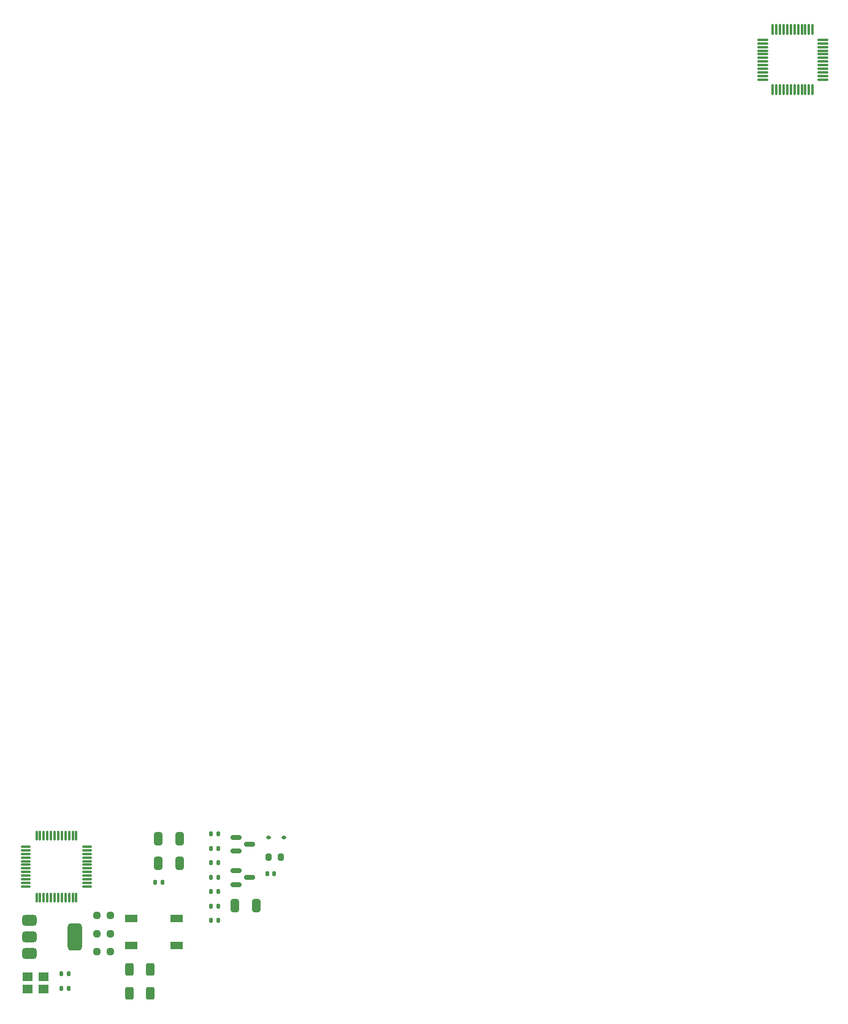
<source format=gbr>
%TF.GenerationSoftware,KiCad,Pcbnew,8.0.1*%
%TF.CreationDate,2024-04-11T15:05:29-07:00*%
%TF.ProjectId,Erebus,45726562-7573-42e6-9b69-6361645f7063,rev?*%
%TF.SameCoordinates,Original*%
%TF.FileFunction,Paste,Top*%
%TF.FilePolarity,Positive*%
%FSLAX46Y46*%
G04 Gerber Fmt 4.6, Leading zero omitted, Abs format (unit mm)*
G04 Created by KiCad (PCBNEW 8.0.1) date 2024-04-11 15:05:29*
%MOMM*%
%LPD*%
G01*
G04 APERTURE LIST*
G04 Aperture macros list*
%AMRoundRect*
0 Rectangle with rounded corners*
0 $1 Rounding radius*
0 $2 $3 $4 $5 $6 $7 $8 $9 X,Y pos of 4 corners*
0 Add a 4 corners polygon primitive as box body*
4,1,4,$2,$3,$4,$5,$6,$7,$8,$9,$2,$3,0*
0 Add four circle primitives for the rounded corners*
1,1,$1+$1,$2,$3*
1,1,$1+$1,$4,$5*
1,1,$1+$1,$6,$7*
1,1,$1+$1,$8,$9*
0 Add four rect primitives between the rounded corners*
20,1,$1+$1,$2,$3,$4,$5,0*
20,1,$1+$1,$4,$5,$6,$7,0*
20,1,$1+$1,$6,$7,$8,$9,0*
20,1,$1+$1,$8,$9,$2,$3,0*%
G04 Aperture macros list end*
%ADD10RoundRect,0.200000X-0.200000X-0.275000X0.200000X-0.275000X0.200000X0.275000X-0.200000X0.275000X0*%
%ADD11RoundRect,0.135000X-0.135000X-0.185000X0.135000X-0.185000X0.135000X0.185000X-0.135000X0.185000X0*%
%ADD12R,1.400000X1.200000*%
%ADD13RoundRect,0.375000X-0.625000X-0.375000X0.625000X-0.375000X0.625000X0.375000X-0.625000X0.375000X0*%
%ADD14RoundRect,0.500000X-0.500000X-1.400000X0.500000X-1.400000X0.500000X1.400000X-0.500000X1.400000X0*%
%ADD15RoundRect,0.150000X-0.587500X-0.150000X0.587500X-0.150000X0.587500X0.150000X-0.587500X0.150000X0*%
%ADD16RoundRect,0.237500X-0.250000X-0.237500X0.250000X-0.237500X0.250000X0.237500X-0.250000X0.237500X0*%
%ADD17RoundRect,0.140000X-0.140000X-0.170000X0.140000X-0.170000X0.140000X0.170000X-0.140000X0.170000X0*%
%ADD18RoundRect,0.250000X-0.312500X-0.625000X0.312500X-0.625000X0.312500X0.625000X-0.312500X0.625000X0*%
%ADD19RoundRect,0.250000X-0.325000X-0.650000X0.325000X-0.650000X0.325000X0.650000X-0.325000X0.650000X0*%
%ADD20RoundRect,0.075000X-0.662500X-0.075000X0.662500X-0.075000X0.662500X0.075000X-0.662500X0.075000X0*%
%ADD21RoundRect,0.075000X-0.075000X-0.662500X0.075000X-0.662500X0.075000X0.662500X-0.075000X0.662500X0*%
%ADD22R,1.700000X1.000000*%
%ADD23RoundRect,0.112500X-0.187500X-0.112500X0.187500X-0.112500X0.187500X0.112500X-0.187500X0.112500X0*%
%ADD24O,0.270000X1.500000*%
%ADD25O,1.500000X0.270000*%
G04 APERTURE END LIST*
D10*
%TO.C,R82*%
X207649900Y-251704600D03*
X209299900Y-251704600D03*
%TD*%
D11*
%TO.C,R89*%
X199614900Y-260434600D03*
X200634900Y-260434600D03*
%TD*%
%TO.C,R83*%
X199614900Y-248494600D03*
X200634900Y-248494600D03*
%TD*%
%TO.C,R84*%
X199614900Y-250484600D03*
X200634900Y-250484600D03*
%TD*%
D12*
%TO.C,Y1*%
X174344900Y-269894600D03*
X176544900Y-269894600D03*
X176544900Y-268194600D03*
X174344900Y-268194600D03*
%TD*%
D13*
%TO.C,U8*%
X174594900Y-260399600D03*
X174594900Y-262699600D03*
D14*
X180894900Y-262699600D03*
D13*
X174594900Y-264999600D03*
%TD*%
D15*
%TO.C,Q1*%
X203087400Y-248949600D03*
X203087400Y-250849600D03*
X204962400Y-249899600D03*
%TD*%
D16*
%TO.C,R90*%
X183932400Y-259754600D03*
X185757400Y-259754600D03*
%TD*%
D17*
%TO.C,C170*%
X207424900Y-253944600D03*
X208384900Y-253944600D03*
%TD*%
D11*
%TO.C,R92*%
X191964900Y-255194600D03*
X192984900Y-255194600D03*
%TD*%
D18*
%TO.C,R93*%
X188362400Y-267194600D03*
X191287400Y-267194600D03*
%TD*%
D17*
%TO.C,C173*%
X179024900Y-267804600D03*
X179984900Y-267804600D03*
%TD*%
D18*
%TO.C,R94*%
X188362400Y-270484600D03*
X191287400Y-270484600D03*
%TD*%
D11*
%TO.C,R87*%
X199614900Y-256454600D03*
X200634900Y-256454600D03*
%TD*%
D19*
%TO.C,C171*%
X192369900Y-249174600D03*
X195319900Y-249174600D03*
%TD*%
D17*
%TO.C,C174*%
X179024900Y-269774600D03*
X179984900Y-269774600D03*
%TD*%
D20*
%TO.C,U1*%
X275824300Y-138902700D03*
X275824300Y-139402700D03*
X275824300Y-139902700D03*
X275824300Y-140402700D03*
X275824300Y-140902700D03*
X275824300Y-141402700D03*
X275824300Y-141902700D03*
X275824300Y-142402700D03*
X275824300Y-142902700D03*
X275824300Y-143402700D03*
X275824300Y-143902700D03*
X275824300Y-144402700D03*
D21*
X277236800Y-145815200D03*
X277736800Y-145815200D03*
X278236800Y-145815200D03*
X278736800Y-145815200D03*
X279236800Y-145815200D03*
X279736800Y-145815200D03*
X280236800Y-145815200D03*
X280736800Y-145815200D03*
X281236800Y-145815200D03*
X281736800Y-145815200D03*
X282236800Y-145815200D03*
X282736800Y-145815200D03*
D20*
X284149300Y-144402700D03*
X284149300Y-143902700D03*
X284149300Y-143402700D03*
X284149300Y-142902700D03*
X284149300Y-142402700D03*
X284149300Y-141902700D03*
X284149300Y-141402700D03*
X284149300Y-140902700D03*
X284149300Y-140402700D03*
X284149300Y-139902700D03*
X284149300Y-139402700D03*
X284149300Y-138902700D03*
D21*
X282736800Y-137490200D03*
X282236800Y-137490200D03*
X281736800Y-137490200D03*
X281236800Y-137490200D03*
X280736800Y-137490200D03*
X280236800Y-137490200D03*
X279736800Y-137490200D03*
X279236800Y-137490200D03*
X278736800Y-137490200D03*
X278236800Y-137490200D03*
X277736800Y-137490200D03*
X277236800Y-137490200D03*
%TD*%
D22*
%TO.C,SW82*%
X188644900Y-260124600D03*
X194944900Y-260124600D03*
X188644900Y-263924600D03*
X194944900Y-263924600D03*
%TD*%
D16*
%TO.C,R95*%
X183932400Y-264774600D03*
X185757400Y-264774600D03*
%TD*%
D11*
%TO.C,R88*%
X199614900Y-258444600D03*
X200634900Y-258444600D03*
%TD*%
D16*
%TO.C,R91*%
X183932400Y-262264600D03*
X185757400Y-262264600D03*
%TD*%
D11*
%TO.C,R86*%
X199614900Y-254464600D03*
X200634900Y-254464600D03*
%TD*%
D23*
%TO.C,D1*%
X207589900Y-248974600D03*
X209689900Y-248974600D03*
%TD*%
D11*
%TO.C,R85*%
X199614900Y-252474600D03*
X200634900Y-252474600D03*
%TD*%
D19*
%TO.C,C172*%
X192369900Y-252524600D03*
X195319900Y-252524600D03*
%TD*%
D24*
%TO.C,U9*%
X175569900Y-257249600D03*
X176069900Y-257249600D03*
X176569900Y-257249600D03*
X177069900Y-257249600D03*
X177569900Y-257249600D03*
X178069900Y-257249600D03*
X178569900Y-257249600D03*
X179069900Y-257249600D03*
X179569900Y-257249600D03*
X180069900Y-257249600D03*
X180569900Y-257249600D03*
X181069900Y-257249600D03*
D25*
X182569900Y-255749600D03*
X182569900Y-255249600D03*
X182569900Y-254749600D03*
X182569900Y-254249600D03*
X182569900Y-253749600D03*
X182569900Y-253249600D03*
X182569900Y-252749600D03*
X182569900Y-252249600D03*
X182569900Y-251749600D03*
X182569900Y-251249600D03*
X182569900Y-250749600D03*
X182569900Y-250249600D03*
D24*
X181069900Y-248749600D03*
X180569900Y-248749600D03*
X180069900Y-248749600D03*
X179569900Y-248749600D03*
X179069900Y-248749600D03*
X178569900Y-248749600D03*
X178069900Y-248749600D03*
X177569900Y-248749600D03*
X177069900Y-248749600D03*
X176569900Y-248749600D03*
X176069900Y-248749600D03*
X175569900Y-248749600D03*
D25*
X174069900Y-250249600D03*
X174069900Y-250749600D03*
X174069900Y-251249600D03*
X174069900Y-251749600D03*
X174069900Y-252249600D03*
X174069900Y-252749600D03*
X174069900Y-253249600D03*
X174069900Y-253749600D03*
X174069900Y-254249600D03*
X174069900Y-254749600D03*
X174069900Y-255249600D03*
X174069900Y-255749600D03*
%TD*%
D15*
%TO.C,Q2*%
X203087400Y-253574600D03*
X203087400Y-255474600D03*
X204962400Y-254524600D03*
%TD*%
D19*
%TO.C,C169*%
X202929900Y-258424600D03*
X205879900Y-258424600D03*
%TD*%
M02*

</source>
